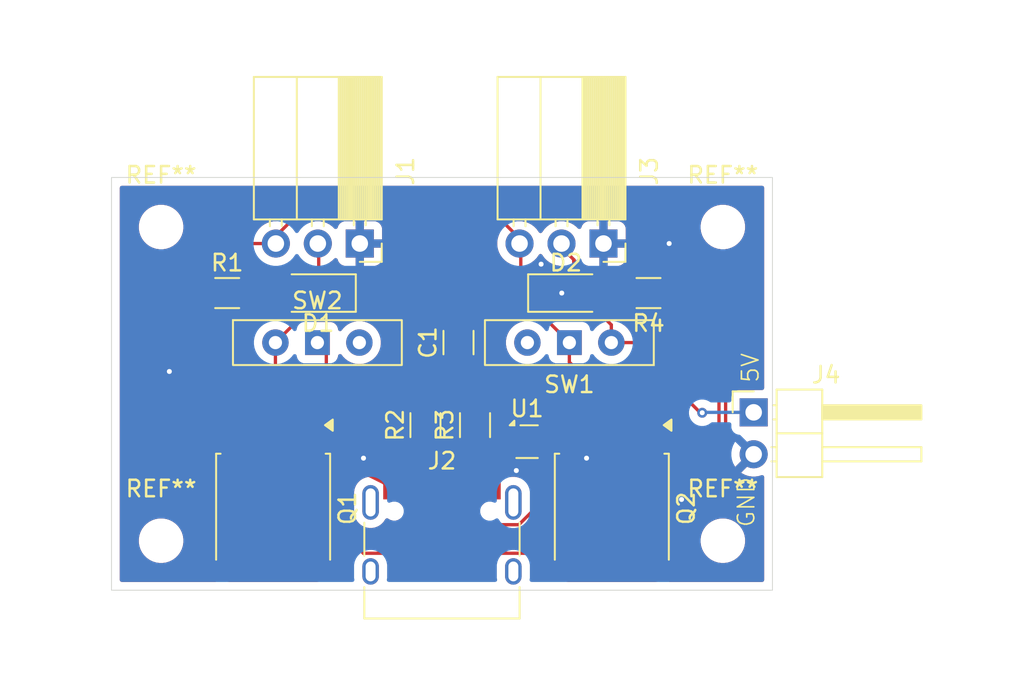
<source format=kicad_pcb>
(kicad_pcb (version 20241229) (generator "pcbnew") (generator_version "9.0")
  (layers (0 "F.Cu" signal) (2 "B.Cu" signal) (13 "F.Paste" user) (15 "B.Paste" user) (5 "F.SilkS" user "F.Silkscreen") (7 "B.SilkS" user "B.Silkscreen") (1 "F.Mask" user) (3 "B.Mask" user) (25 "Edge.Cuts" user))
  (net 0 "")
  (net 1 "GND")
  (net 2 "Net-(D1-A)")
  (net 3 "Net-(D2-A)")
  (net 4 "Net-(J1-Pin_2)")
  (net 5 "+5V")
  (net 6 "Net-(J3-Pin_2)")
  (net 7 "Net-(Q1-S)")
  (net 8 "Net-(Q2-S)")
  (net 9 "Net-(J2-CC1)")
  (net 10 "Net-(J2-CC2)")
  (net 11 "Net-(J2-D--PadA7)")
  (net 14 "Net-(J2-D+-PadA6)")
  (footprint "Capacitor_SMD:C_1206_3216Metric" (layer "F.Cu") (at 21 10 90)
    (property "Reference" "C1" (at 0 -1.85 90) (layer "F.SilkS"))
    (property "Value" "100nF")
    (fp_line (start -0.711252 -0.91) (end 0.711252 -0.91) (stroke (width 0.12)) (layer "F.SilkS"))
    (fp_line (start -0.711252 0.91) (end 0.711252 0.91) (stroke (width 0.12)) (layer "F.SilkS"))
    (pad "1" smd roundrect (at -1.475 0 90) (size 1.15 1.8) (layers "F.Cu" "F.Mask" "F.Paste") (roundrect_rratio 0.217391) (net 5 "+5V"))
    (pad "2" smd roundrect (at 1.475 0 90) (size 1.15 1.8) (layers "F.Cu" "F.Mask" "F.Paste") (roundrect_rratio 0.217391) (net 1 "GND"))
  )
  (footprint "Package_TO_SOT_SMD:TO-252-2" (layer "F.Cu") (at 9.78 20.04 -90)
    (property "Reference" "Q1" (at 0 -4.5 90) (layer "F.SilkS"))
    (property "Value" "QM6006D")
    (fp_line (start -3.31 3.45) (end -3.31 3.18) (stroke (width 0.12)) (layer "F.SilkS"))
    (fp_line (start 3.11 3.45) (end -3.31 3.45) (stroke (width 0.12)) (layer "F.SilkS"))
    (fp_line (start -3.31 -3.45) (end -3.31 -3.18) (stroke (width 0.12)) (layer "F.SilkS"))
    (fp_line (start 3.11 -3.45) (end -3.31 -3.45) (stroke (width 0.12)) (layer "F.SilkS"))
    (fp_poly (pts (xy -5.04 -3.14) (xy -5.38 -3.61) (xy -4.7 -3.61)) (stroke (width 0.12)) (fill yes) (layer "F.SilkS"))
    (pad "1" smd roundrect (at -5.04 -2.28 270) (size 2.2 1.2) (layers "F.Cu" "F.Mask" "F.Paste") (roundrect_rratio 0.208333) (net 4 "Net-(J1-Pin_2)"))
    (pad "2" smd roundrect (at 1.26 0 270) (size 6.4 5.8) (layers "F.Cu" "F.Mask") (roundrect_rratio 0.043103) (net 5 "+5V"))
    (pad "3" smd roundrect (at -5.04 2.28 270) (size 2.2 1.2) (layers "F.Cu" "F.Mask" "F.Paste") (roundrect_rratio 0.208333) (net 7 "Net-(Q1-S)"))
  )
  (footprint "MountingHole:MountingHole_2.2mm_M2" (layer "F.Cu") (at 37 3)
    (property "Reference" "REF**" (at 0 -3.15 0) (layer "F.SilkS"))
    (property "Value" "MountingHole_2.2mm_M2")
    (pad "" np_thru_hole circle (at 0 0) (size 2.2 2.2) (drill 2.2) (layers "*.Cu" "*.Mask"))
  )
  (footprint "Button_Switch_THT:SW_Slide-03_Wuerth-WS-SLTV_10x2.5x6.4_P2.54mm" (layer "F.Cu") (at 12.46 10)
    (property "Reference" "SW2" (at 0 -2.54 0) (layer "F.SilkS"))
    (property "Value" "SW_SPST")
    (fp_rect (start -5.11 -1.36) (end 5.11 1.36) (stroke (width 0.12)) (fill no) (layer "F.SilkS"))
    (pad "1" thru_hole rect (at 0 0) (size 1.5 1.5) (drill 0.8) (layers "*.Cu" "*.Mask") (net 5 "+5V"))
    (pad "2" thru_hole circle (at -2.54 0) (size 1.6 1.6) (drill 0.8) (layers "*.Cu" "*.Mask") (net 4 "Net-(J1-Pin_2)"))
    (pad "3" thru_hole circle (at 2.54 0) (size 1.6 1.6) (drill 0.8) (layers "*.Cu" "*.Mask"))
  )
  (footprint "Package_TO_SOT_SMD:SOT-666" (layer "F.Cu") (at 25.15 16)
    (property "Reference" "U1" (at 0 -2 0) (layer "F.SilkS"))
    (property "Value" "USBLC6-2P6")
    (fp_line (start 0.65 -0.99) (end -0.4 -0.99) (stroke (width 0.12)) (layer "F.SilkS"))
    (fp_line (start 0.65 0.99) (end -0.65 0.99) (stroke (width 0.12)) (layer "F.SilkS"))
    (fp_poly (pts (xy -0.77 -0.99) (xy -1.05 -0.99) (xy -0.77 -1.27) (xy -0.77 -0.99)) (stroke (width 0.12)) (fill yes) (layer "F.SilkS"))
    (pad "1" smd roundrect (at -0.85 -0.5375) (size 0.5 0.375) (layers "F.Cu" "F.Mask" "F.Paste") (net 11 "Net-(J2-D--PadA7)"))
    (pad "2" smd roundrect (at -0.925 0) (size 0.65 0.3) (layers "F.Cu" "F.Mask" "F.Paste") (net 1 "GND"))
    (pad "3" smd roundrect (at -0.85 0.5375) (size 0.5 0.375) (layers "F.Cu" "F.Mask" "F.Paste") (net 14 "Net-(J2-D+-PadA6)"))
    (pad "4" smd roundrect (at 0.85 0.5375) (size 0.5 0.375) (layers "F.Cu" "F.Mask" "F.Paste"))
    (pad "5" smd roundrect (at 0.925 0) (size 0.65 0.3) (layers "F.Cu" "F.Mask" "F.Paste") (net 5 "+5V"))
    (pad "6" smd roundrect (at 0.85 -0.5375) (size 0.5 0.375) (layers "F.Cu" "F.Mask" "F.Paste"))
  )
  (footprint "LED_SMD:LED_1206_3216Metric" (layer "F.Cu") (at 12.5 7 180)
    (property "Reference" "D1" (at 0 -1.83 0) (layer "F.SilkS"))
    (property "Value" "LED")
    (fp_line (start 1.6 -1.135) (end -2.285 -1.135) (stroke (width 0.12)) (layer "F.SilkS"))
    (fp_line (start -2.285 1.135) (end 1.6 1.135) (stroke (width 0.12)) (layer "F.SilkS"))
    (fp_line (start -2.285 -1.135) (end -2.285 1.135) (stroke (width 0.12)) (layer "F.SilkS"))
    (pad "1" smd roundrect (at -1.4 0 180) (size 1.25 1.75) (layers "F.Cu" "F.Mask" "F.Paste") (roundrect_rratio 0.2) (net 1 "GND"))
    (pad "2" smd roundrect (at 1.4 0 180) (size 1.25 1.75) (layers "F.Cu" "F.Mask" "F.Paste") (roundrect_rratio 0.2) (net 2 "Net-(D1-A)"))
  )
  (footprint "MountingHole:MountingHole_2.2mm_M2" (layer "F.Cu") (at 3 22)
    (property "Reference" "REF**" (at 0 -3.15 0) (layer "F.SilkS"))
    (property "Value" "MountingHole_2.2mm_M2")
    (pad "" np_thru_hole circle (at 0 0) (size 2.2 2.2) (drill 2.2) (layers "*.Cu" "*.Mask"))
  )
  (footprint "Resistor_SMD:R_1206_3216Metric" (layer "F.Cu") (at 19 15 90)
    (property "Reference" "R2" (at 0 -1.83 90) (layer "F.SilkS"))
    (property "Value" "5k1")
    (fp_line (start -0.727064 -0.91) (end 0.727064 -0.91) (stroke (width 0.12)) (layer "F.SilkS"))
    (fp_line (start -0.727064 0.91) (end 0.727064 0.91) (stroke (width 0.12)) (layer "F.SilkS"))
    (pad "1" smd roundrect (at -1.4625 0 90) (size 1.125 1.75) (layers "F.Cu" "F.Mask" "F.Paste") (roundrect_rratio 0.222222) (net 9 "Net-(J2-CC1)"))
    (pad "2" smd roundrect (at 1.4625 0 90) (size 1.125 1.75) (layers "F.Cu" "F.Mask" "F.Paste") (roundrect_rratio 0.222222) (net 1 "GND"))
  )
  (footprint "Resistor_SMD:R_1206_3216Metric" (layer "F.Cu") (at 32.5 7 180)
    (property "Reference" "R4" (at 0 -1.83 0) (layer "F.SilkS"))
    (property "Value" "R")
    (fp_line (start -0.727064 0.91) (end 0.727064 0.91) (stroke (width 0.12)) (layer "F.SilkS"))
    (fp_line (start -0.727064 -0.91) (end 0.727064 -0.91) (stroke (width 0.12)) (layer "F.SilkS"))
    (pad "1" smd roundrect (at -1.4625 0 180) (size 1.125 1.75) (layers "F.Cu" "F.Mask" "F.Paste") (roundrect_rratio 0.222222) (net 8 "Net-(Q2-S)"))
    (pad "2" smd roundrect (at 1.4625 0 180) (size 1.125 1.75) (layers "F.Cu" "F.Mask" "F.Paste") (roundrect_rratio 0.222222) (net 3 "Net-(D2-A)"))
  )
  (footprint "Connector_PinSocket_2.54mm:PinSocket_1x03_P2.54mm_Horizontal" (layer "F.Cu") (at 29.775 4 -90)
    (property "Reference" "J3" (at -4.38 -2.77 90) (layer "F.SilkS"))
    (property "Value" "Conn_01x03")
    (fp_line (start -10.09 6.41) (end -1.46 6.41) (stroke (width 0.12)) (layer "F.SilkS"))
    (fp_line (start -1.46 5.44) (end -1.05 5.44) (stroke (width 0.12)) (layer "F.SilkS"))
    (fp_line (start -1.46 4.72) (end -1.05 4.72) (stroke (width 0.12)) (layer "F.SilkS"))
    (fp_line (start -10.09 3.81) (end -1.46 3.81) (stroke (width 0.12)) (layer "F.SilkS"))
    (fp_line (start -1.46 2.9) (end -1.05 2.9) (stroke (width 0.12)) (layer "F.SilkS"))
    (fp_line (start -1.46 2.18) (end -1.05 2.18) (stroke (width 0.12)) (layer "F.SilkS"))
    (fp_line (start -10.09 1.27) (end -1.46 1.27) (stroke (width 0.12)) (layer "F.SilkS"))
    (fp_line (start -10.09 1.1519) (end -1.46 1.1519) (stroke (width 0.12)) (layer "F.SilkS"))
    (fp_line (start -10.09 1.033805) (end -1.46 1.033805) (stroke (width 0.12)) (layer "F.SilkS"))
    (fp_line (start -10.09 0.91571) (end -1.46 0.91571) (stroke (width 0.12)) (layer "F.SilkS"))
    (fp_line (start -10.09 0.797615) (end -1.46 0.797615) (stroke (width 0.12)) (layer "F.SilkS"))
    (fp_line (start -10.09 0.67952) (end -1.46 0.67952) (stroke (width 0.12)) (layer "F.SilkS"))
    (fp_line (start -10.09 0.561425) (end -1.46 0.561425) (stroke (width 0.12)) (layer "F.SilkS"))
    (fp_line (start -10.09 0.44333) (end -1.46 0.44333) (stroke (width 0.12)) (layer "F.SilkS"))
    (fp_line (start -1.46 0.36) (end -1.11 0.36) (stroke (width 0.12)) (layer "F.SilkS"))
    (fp_line (start -10.09 0.325235) (end -1.46 0.325235) (stroke (width 0.12)) (layer "F.SilkS"))
    (fp_line (start -10.09 0.20714) (end -1.46 0.20714) (stroke (width 0.12)) (layer "F.SilkS"))
    (fp_line (start -10.09 0.089045) (end -1.46 0.089045) (stroke (width 0.12)) (layer "F.SilkS"))
    (fp_line (start -10.09 -0.02905) (end -1.46 -0.02905) (stroke (width 0.12)) (layer "F.SilkS"))
    (fp_line (start -10.09 -0.147145) (end -1.46 -0.147145) (stroke (width 0.12)) (layer "F.SilkS"))
    (fp_line (start -10.09 -0.26524) (end -1.46 -0.26524) (stroke (width 0.12)) (layer "F.SilkS"))
    (fp_line (start -1.46 -0.36) (end -1.11 -0.36) (stroke (width 0.12)) (layer "F.SilkS"))
    (fp_line (start -10.09 -0.383335) (end -1.46 -0.383335) (stroke (width 0.12)) (layer "F.SilkS"))
    (fp_line (start -10.09 -0.50143) (end -1.46 -0.50143) (stroke (width 0.12)) (layer "F.SilkS"))
    (fp_line (start -10.09 -0.619525) (end -1.46 -0.619525) (stroke (width 0.12)) (layer "F.SilkS"))
    (fp_line (start -10.09 -0.73762) (end -1.46 -0.73762) (stroke (width 0.12)) (layer "F.SilkS"))
    (fp_line (start -10.09 -0.855715) (end -1.46 -0.855715) (stroke (width 0.12)) (layer "F.SilkS"))
    (fp_line (start -10.09 -0.97381) (end -1.46 -0.97381) (stroke (width 0.12)) (layer "F.SilkS"))
    (fp_line (start -10.09 -1.091905) (end -1.46 -1.091905) (stroke (width 0.12)) (layer "F.SilkS"))
    (fp_line (start -10.09 -1.21) (end -1.46 -1.21) (stroke (width 0.12)) (layer "F.SilkS"))
    (fp_line (start -10.09 -1.33) (end -10.09 6.41) (stroke (width 0.12)) (layer "F.SilkS"))
    (fp_line (start -10.09 -1.33) (end -1.46 -1.33) (stroke (width 0.12)) (layer "F.SilkS"))
    (fp_line (start -1.46 -1.33) (end -1.46 6.41) (stroke (width 0.12)) (layer "F.SilkS"))
    (fp_line (start 0 -1.33) (end 1.11 -1.33) (stroke (width 0.12)) (layer "F.SilkS"))
    (fp_line (start 1.11 -1.33) (end 1.11 0) (stroke (width 0.12)) (layer "F.SilkS"))
    (pad "1" thru_hole rect (at 0 0 270) (size 1.7 1.7) (drill 1) (layers "*.Cu" "*.Mask") (net 1 "GND"))
    (pad "2" thru_hole circle (at 0 2.54 270) (size 1.7 1.7) (drill 1) (layers "*.Cu" "*.Mask") (net 6 "Net-(J3-Pin_2)"))
    (pad "3" thru_hole circle (at 0 5.08 270) (size 1.7 1.7) (drill 1) (layers "*.Cu" "*.Mask") (net 5 "+5V"))
  )
  (footprint "MountingHole:MountingHole_2.2mm_M2" (layer "F.Cu") (at 3 3)
    (property "Reference" "REF**" (at 0 -3.15 0) (layer "F.SilkS"))
    (property "Value" "MountingHole_2.2mm_M2")
    (pad "" np_thru_hole circle (at 0 0) (size 2.2 2.2) (drill 2.2) (layers "*.Cu" "*.Mask"))
  )
  (footprint "Connector_USB:USB_C_Receptacle_HRO_TYPE-C-31-M-12" (layer "F.Cu") (at 20 22.81)
    (property "Reference" "J2" (at 0 -5.645 0) (layer "F.SilkS"))
    (property "Value" "USB_C_Receptacle_USB2.0_16P")
    (fp_line (start -4.7 -1.9) (end -4.7 0.1) (stroke (width 0.12)) (layer "F.SilkS"))
    (fp_line (start -4.7 2) (end -4.7 3.9) (stroke (width 0.12)) (layer "F.SilkS"))
    (fp_line (start -4.7 3.9) (end 4.7 3.9) (stroke (width 0.12)) (layer "F.SilkS"))
    (fp_line (start 4.7 -1.9) (end 4.7 0.1) (stroke (width 0.12)) (layer "F.SilkS"))
    (fp_line (start 4.7 2) (end 4.7 3.9) (stroke (width 0.12)) (layer "F.SilkS"))
    (pad "" np_thru_hole circle (at -2.89 -2.6) (size 0.65 0.65) (drill 0.65) (layers "*.Cu" "*.Mask"))
    (pad "" np_thru_hole circle (at 2.89 -2.6) (size 0.65 0.65) (drill 0.65) (layers "*.Cu" "*.Mask"))
    (pad "A1" smd rect (at -3.25 -4.045) (size 0.6 1.45) (layers "F.Cu" "F.Mask" "F.Paste") (net 1 "GND"))
    (pad "A4" smd rect (at -2.45 -4.045) (size 0.6 1.45) (layers "F.Cu" "F.Mask" "F.Paste") (net 5 "+5V"))
    (pad "A5" smd rect (at -1.25 -4.045) (size 0.3 1.45) (layers "F.Cu" "F.Mask" "F.Paste") (net 9 "Net-(J2-CC1)"))
    (pad "A6" smd rect (at -0.25 -4.045) (size 0.3 1.45) (layers "F.Cu" "F.Mask" "F.Paste") (net 14 "Net-(J2-D+-PadA6)"))
    (pad "A7" smd rect (at 0.25 -4.045) (size 0.3 1.45) (layers "F.Cu" "F.Mask" "F.Paste") (net 11 "Net-(J2-D--PadA7)"))
    (pad "A8" smd rect (at 1.25 -4.045) (size 0.3 1.45) (layers "F.Cu" "F.Mask" "F.Paste"))
    (pad "A9" smd rect (at 2.45 -4.045) (size 0.6 1.45) (layers "F.Cu" "F.Mask" "F.Paste") (net 5 "+5V"))
    (pad "A12" smd rect (at 3.25 -4.045) (size 0.6 1.45) (layers "F.Cu" "F.Mask" "F.Paste") (net 1 "GND"))
    (pad "B1" smd rect (at 3.25 -4.045) (size 0.6 1.45) (layers "F.Cu" "F.Mask" "F.Paste") (net 1 "GND"))
    (pad "B4" smd rect (at 2.45 -4.045) (size 0.6 1.45) (layers "F.Cu" "F.Mask" "F.Paste") (net 5 "+5V"))
    (pad "B5" smd rect (at 1.75 -4.045) (size 0.3 1.45) (layers "F.Cu" "F.Mask" "F.Paste") (net 10 "Net-(J2-CC2)"))
    (pad "B6" smd rect (at 0.75 -4.045) (size 0.3 1.45) (layers "F.Cu" "F.Mask" "F.Paste") (net 14 "Net-(J2-D+-PadA6)"))
    (pad "B7" smd rect (at -0.75 -4.045) (size 0.3 1.45) (layers "F.Cu" "F.Mask" "F.Paste") (net 11 "Net-(J2-D--PadA7)"))
    (pad "B8" smd rect (at -1.75 -4.045) (size 0.3 1.45) (layers "F.Cu" "F.Mask" "F.Paste"))
    (pad "B9" smd rect (at -2.45 -4.045) (size 0.6 1.45) (layers "F.Cu" "F.Mask" "F.Paste") (net 5 "+5V"))
    (pad "B12" smd rect (at -3.25 -4.045) (size 0.6 1.45) (layers "F.Cu" "F.Mask" "F.Paste") (net 1 "GND"))
    (pad "S1" thru_hole oval (at -4.32 -3.13) (size 1 2.1) (drill oval 0.6 1.7) (property pad_prop_heatsink) (layers "*.Cu" "*.Mask"))
    (pad "S1" thru_hole oval (at -4.32 1.05) (size 1 1.6) (drill oval 0.6 1.2) (property pad_prop_heatsink) (layers "*.Cu" "*.Mask"))
    (pad "S1" thru_hole oval (at 4.32 -3.13) (size 1 2.1) (drill oval 0.6 1.7) (property pad_prop_heatsink) (layers "*.Cu" "*.Mask"))
    (pad "S1" thru_hole oval (at 4.32 1.05) (size 1 1.6) (drill oval 0.6 1.2) (property pad_prop_heatsink) (layers "*.Cu" "*.Mask"))
  )
  (footprint "Button_Switch_THT:SW_Slide-03_Wuerth-WS-SLTV_10x2.5x6.4_P2.54mm" (layer "F.Cu") (at 27.71 10 180)
    (property "Reference" "SW1" (at 0 -2.54 0) (layer "F.SilkS"))
    (property "Value" "SW_SPST")
    (fp_rect (start -5.11 -1.36) (end 5.11 1.36) (stroke (width 0.12)) (fill no) (layer "F.SilkS"))
    (pad "1" thru_hole rect (at 0 0 180) (size 1.5 1.5) (drill 0.8) (layers "*.Cu" "*.Mask") (net 5 "+5V"))
    (pad "2" thru_hole circle (at -2.54 0 180) (size 1.6 1.6) (drill 0.8) (layers "*.Cu" "*.Mask") (net 6 "Net-(J3-Pin_2)"))
    (pad "3" thru_hole circle (at 2.54 0 180) (size 1.6 1.6) (drill 0.8) (layers "*.Cu" "*.Mask"))
  )
  (footprint "Resistor_SMD:R_1206_3216Metric" (layer "F.Cu") (at 7 7)
    (property "Reference" "R1" (at 0 -1.83 0) (layer "F.SilkS"))
    (property "Value" "R")
    (fp_line (start -0.727064 -0.91) (end 0.727064 -0.91) (stroke (width 0.12)) (layer "F.SilkS"))
    (fp_line (start -0.727064 0.91) (end 0.727064 0.91) (stroke (width 0.12)) (layer "F.SilkS"))
    (pad "1" smd roundrect (at -1.4625 0) (size 1.125 1.75) (layers "F.Cu" "F.Mask" "F.Paste") (roundrect_rratio 0.222222) (net 7 "Net-(Q1-S)"))
    (pad "2" smd roundrect (at 1.4625 0) (size 1.125 1.75) (layers "F.Cu" "F.Mask" "F.Paste") (roundrect_rratio 0.222222) (net 2 "Net-(D1-A)"))
  )
  (footprint "LED_SMD:LED_1206_3216Metric" (layer "F.Cu") (at 27.5 7)
    (property "Reference" "D2" (at 0 -1.83 0) (layer "F.SilkS"))
    (property "Value" "LED")
    (fp_line (start -2.285 -1.135) (end -2.285 1.135) (stroke (width 0.12)) (layer "F.SilkS"))
    (fp_line (start -2.285 1.135) (end 1.6 1.135) (stroke (width 0.12)) (layer "F.SilkS"))
    (fp_line (start 1.6 -1.135) (end -2.285 -1.135) (stroke (width 0.12)) (layer "F.SilkS"))
    (pad "1" smd roundrect (at -1.4 0) (size 1.25 1.75) (layers "F.Cu" "F.Mask" "F.Paste") (roundrect_rratio 0.2) (net 1 "GND"))
    (pad "2" smd roundrect (at 1.4 0) (size 1.25 1.75) (layers "F.Cu" "F.Mask" "F.Paste") (roundrect_rratio 0.2) (net 3 "Net-(D2-A)"))
  )
  (footprint "Resistor_SMD:R_1206_3216Metric" (layer "F.Cu") (at 22 15 90)
    (property "Reference" "R3" (at 0 -1.83 90) (layer "F.SilkS"))
    (property "Value" "5k1")
    (fp_line (start -0.727064 -0.91) (end 0.727064 -0.91) (stroke (width 0.12)) (layer "F.SilkS"))
    (fp_line (start -0.727064 0.91) (end 0.727064 0.91) (stroke (width 0.12)) (layer "F.SilkS"))
    (pad "1" smd roundrect (at -1.4625 0 90) (size 1.125 1.75) (layers "F.Cu" "F.Mask" "F.Paste") (roundrect_rratio 0.222222) (net 10 "Net-(J2-CC2)"))
    (pad "2" smd roundrect (at 1.4625 0 90) (size 1.125 1.75) (layers "F.Cu" "F.Mask" "F.Paste") (roundrect_rratio 0.222222) (net 1 "GND"))
  )
  (footprint "Connector_PinSocket_2.54mm:PinSocket_1x03_P2.54mm_Horizontal" (layer "F.Cu") (at 15.025 4 -90)
    (property "Reference" "J1" (at -4.38 -2.77 90) (layer "F.SilkS"))
    (property "Value" "Conn_01x03")
    (fp_line (start -10.09 6.41) (end -1.46 6.41) (stroke (width 0.12)) (layer "F.SilkS"))
    (fp_line (start -1.46 5.44) (end -1.05 5.44) (stroke (width 0.12)) (layer "F.SilkS"))
    (fp_line (start -1.46 4.72) (end -1.05 4.72) (stroke (width 0.12)) (layer "F.SilkS"))
    (fp_line (start -10.09 3.81) (end -1.46 3.81) (stroke (width 0.12)) (layer "F.SilkS"))
    (fp_line (start -1.46 2.9) (end -1.05 2.9) (stroke (width 0.12)) (layer "F.SilkS"))
    (fp_line (start -1.46 2.18) (end -1.05 2.18) (stroke (width 0.12)) (layer "F.SilkS"))
    (fp_line (start -10.09 1.27) (end -1.46 1.27) (stroke (width 0.12)) (layer "F.SilkS"))
    (fp_line (start -10.09 1.1519) (end -1.46 1.1519) (stroke (width 0.12)) (layer "F.SilkS"))
    (fp_line (start -10.09 1.033805) (end -1.46 1.033805) (stroke (width 0.12)) (layer "F.SilkS"))
    (fp_line (start -10.09 0.91571) (end -1.46 0.91571) (stroke (width 0.12)) (layer "F.SilkS"))
    (fp_line (start -10.09 0.797615) (end -1.46 0.797615) (stroke (width 0.12)) (layer "F.SilkS"))
    (fp_line (start -10.09 0.67952) (end -1.46 0.67952) (stroke (width 0.12)) (layer "F.SilkS"))
    (fp_line (start -10.09 0.561425) (end -1.46 0.561425) (stroke (width 0.12)) (layer "F.SilkS"))
    (fp_line (start -10.09 0.44333) (end -1.46 0.44333) (stroke (width 0.12)) (layer "F.SilkS"))
    (fp_line (start -1.46 0.36) (end -1.11 0.36) (stroke (width 0.12)) (layer "F.SilkS"))
    (fp_line (start -10.09 0.325235) (end -1.46 0.325235) (stroke (width 0.12)) (layer "F.SilkS"))
    (fp_line (start -10.09 0.20714) (end -1.46 0.20714) (stroke (width 0.12)) (layer "F.SilkS"))
    (fp_line (start -10.09 0.089045) (end -1.46 0.089045) (stroke (width 0.12)) (layer "F.SilkS"))
    (fp_line (start -10.09 -0.02905) (end -1.46 -0.02905) (stroke (width 0.12)) (layer "F.SilkS"))
    (fp_line (start -10.09 -0.147145) (end -1.46 -0.147145) (stroke (width 0.12)) (layer "F.SilkS"))
    (fp_line (start -10.09 -0.26524) (end -1.46 -0.26524) (stroke (width 0.12)) (layer "F.SilkS"))
    (fp_line (start -1.46 -0.36) (end -1.11 -0.36) (stroke (width 0.12)) (layer "F.SilkS"))
    (fp_line (start -10.09 -0.383335) (end -1.46 -0.383335) (stroke (width 0.12)) (layer "F.SilkS"))
    (fp_line (start -10.09 -0.50143) (end -1.46 -0.50143) (stroke (width 0.12)) (layer "F.SilkS"))
    (fp_line (start -10.09 -0.619525) (end -1.46 -0.619525) (stroke (width 0.12)) (layer "F.SilkS"))
    (fp_line (start -10.09 -0.73762) (end -1.46 -0.73762) (stroke (width 0.12)) (layer "F.SilkS"))
    (fp_line (start -10.09 -0.855715) (end -1.46 -0.855715) (stroke (width 0.12)) (layer "F.SilkS"))
    (fp_line (start -10.09 -0.97381) (end -1.46 -0.97381) (stroke (width 0.12)) (layer "F.SilkS"))
    (fp_line (start -10.09 -1.091905) (end -1.46 -1.091905) (stroke (width 0.12)) (layer "F.SilkS"))
    (fp_line (start -10.09 -1.21) (end -1.46 -1.21) (stroke (width 0.12)) (layer "F.SilkS"))
    (fp_line (start -10.09 -1.33) (end -10.09 6.41) (stroke (width 0.12)) (layer "F.SilkS"))
    (fp_line (start -10.09 -1.33) (end -1.46 -1.33) (stroke (width 0.12)) (layer "F.SilkS"))
    (fp_line (start -1.46 -1.33) (end -1.46 6.41) (stroke (width 0.12)) (layer "F.SilkS"))
    (fp_line (start 0 -1.33) (end 1.11 -1.33) (stroke (width 0.12)) (layer "F.SilkS"))
    (fp_line (start 1.11 -1.33) (end 1.11 0) (stroke (width 0.12)) (layer "F.SilkS"))
    (pad "1" thru_hole rect (at 0 0 270) (size 1.7 1.7) (drill 1) (layers "*.Cu" "*.Mask") (net 1 "GND"))
    (pad "2" thru_hole circle (at 0 2.54 270) (size 1.7 1.7) (drill 1) (layers "*.Cu" "*.Mask") (net 4 "Net-(J1-Pin_2)"))
    (pad "3" thru_hole circle (at 0 5.08 270) (size 1.7 1.7) (drill 1) (layers "*.Cu" "*.Mask") (net 5 "+5V"))
  )
  (footprint "MountingHole:MountingHole_2.2mm_M2" (layer "F.Cu") (at 37 22)
    (property "Reference" "REF**" (at 0 -3.15 0) (layer "F.SilkS"))
    (property "Value" "MountingHole_2.2mm_M2")
    (pad "" np_thru_hole circle (at 0 0) (size 2.2 2.2) (drill 2.2) (layers "*.Cu" "*.Mask"))
  )
  (footprint "Connector_PinHeader_2.54mm:PinHeader_1x02_P2.54mm_Horizontal" (layer "F.Cu") (at 38.865 14.225)
    (property "Reference" "J4" (at 4.385 -2.27 0) (layer "F.SilkS"))
    (property "Value" "Conn_01x02")
    (fp_line (start -1.27 -1.27) (end 0 -1.27) (stroke (width 0.12)) (layer "F.SilkS"))
    (fp_line (start -1.27 0) (end -1.27 -1.27) (stroke (width 0.12)) (layer "F.SilkS"))
    (fp_line (start 1.077358 2.11) (end 1.39 2.11) (stroke (width 0.12)) (layer "F.SilkS"))
    (fp_line (start 1.077358 2.97) (end 1.39 2.97) (stroke (width 0.12)) (layer "F.SilkS"))
    (fp_line (start 1.16 -0.43) (end 1.39 -0.43) (stroke (width 0.12)) (layer "F.SilkS"))
    (fp_line (start 1.16 0.43) (end 1.39 0.43) (stroke (width 0.12)) (layer "F.SilkS"))
    (fp_line (start 1.39 -1.38) (end 1.39 3.92) (stroke (width 0.12)) (layer "F.SilkS"))
    (fp_line (start 1.39 1.27) (end 4.15 1.27) (stroke (width 0.12)) (layer "F.SilkS"))
    (fp_line (start 1.39 3.92) (end 4.15 3.92) (stroke (width 0.12)) (layer "F.SilkS"))
    (fp_line (start 4.15 -1.38) (end 1.39 -1.38) (stroke (width 0.12)) (layer "F.SilkS"))
    (fp_line (start 4.15 2.11) (end 10.15 2.11) (stroke (width 0.12)) (layer "F.SilkS"))
    (fp_line (start 4.15 3.92) (end 4.15 -1.38) (stroke (width 0.12)) (layer "F.SilkS"))
    (fp_line (start 10.15 2.11) (end 10.15 2.97) (stroke (width 0.12)) (layer "F.SilkS"))
    (fp_line (start 10.15 2.97) (end 4.15 2.97) (stroke (width 0.12)) (layer "F.SilkS"))
    (fp_rect (start 4.15 -0.43) (end 10.15 0.43) (stroke (width 0.12)) (fill yes) (layer "F.SilkS"))
    (pad "1" thru_hole rect (at 0 0) (size 1.7 1.7) (drill 1) (layers "*.Cu" "*.Mask") (net 5 "+5V"))
    (pad "2" thru_hole circle (at 0 2.54) (size 1.7 1.7) (drill 1) (layers "*.Cu" "*.Mask") (net 1 "GND"))
  )
  (footprint "Package_TO_SOT_SMD:TO-252-2" (layer "F.Cu") (at 30.28 20.04 -90)
    (property "Reference" "Q2" (at 0 -4.5 90) (layer "F.SilkS"))
    (property "Value" "QM6006D")
    (fp_line (start -3.31 3.45) (end -3.31 3.18) (stroke (width 0.12)) (layer "F.SilkS"))
    (fp_line (start 3.11 3.45) (end -3.31 3.45) (stroke (width 0.12)) (layer "F.SilkS"))
    (fp_line (start -3.31 -3.45) (end -3.31 -3.18) (stroke (width 0.12)) (layer "F.SilkS"))
    (fp_line (start 3.11 -3.45) (end -3.31 -3.45) (stroke (width 0.12)) (layer "F.SilkS"))
    (fp_poly (pts (xy -5.04 -3.14) (xy -5.38 -3.61) (xy -4.7 -3.61)) (stroke (width 0.12)) (fill yes) (layer "F.SilkS"))
    (pad "1" smd roundrect (at -5.04 -2.28 270) (size 2.2 1.2) (layers "F.Cu" "F.Mask" "F.Paste") (roundrect_rratio 0.208333) (net 6 "Net-(J3-Pin_2)"))
    (pad "2" smd roundrect (at 1.26 0 270) (size 6.4 5.8) (layers "F.Cu" "F.Mask") (roundrect_rratio 0.043103) (net 5 "+5V"))
    (pad "3" smd roundrect (at -5.04 2.28 270) (size 2.2 1.2) (layers "F.Cu" "F.Mask" "F.Paste") (roundrect_rratio 0.208333) (net 8 "Net-(Q2-S)"))
  )
  (gr_poly (pts (xy 15.5 18) (xy 16 17.5) (xy 17 17.5) (xy 16.5 18.5)) (stroke (width 0.2)) (fill yes) (layer "F.Cu") (net 1))
  (gr_rect (start 0 0) (end 40 25) (stroke (width 0.05)) (fill no) (layer "Edge.Cuts"))
  (gr_text "GND\n" (at 39 21.25 90) (layer "F.SilkS") (effects (font (size 1 1) (thickness 0.1)) (justify left bottom)))
  (gr_text "5V\n" (at 39.25 12.5 90) (layer "F.SilkS") (effects (font (size 1 1) (thickness 0.1)) (justify left bottom)))
  (segment (start 16.75 18.765) (end 16.75 18.25) (width 0.2) (layer "F.Cu") (net 1))
  (segment (start 16.75 17.75) (end 17 17.5) (width 0.2) (layer "F.Cu") (net 1))
  (segment (start 16.75 18.765) (end 16.75 17.75) (width 0.2) (layer "F.Cu") (net 1))
  (segment (start 23.25 15.25) (end 23 15) (width 0.2) (layer "F.Cu") (net 1))
  (segment (start 25 15.573358) (end 25 15) (width 0.2) (layer "F.Cu") (net 1))
  (segment (start 23.25 18.765) (end 23.25 15.25) (width 0.2) (layer "F.Cu") (net 1))
  (segment (start 15.985 18) (end 16.75 18.765) (width 0.2) (layer "F.Cu") (net 1))
  (segment (start 15.985 18) (end 15.5 18) (width 0.2) (layer "F.Cu") (net 1))
  (segment (start 27.25 7) (end 26.1 7) (width 0.2) (layer "F.Cu") (net 1))
  (segment (start 16.75 18.25) (end 16 17.5) (width 0.2) (layer "F.Cu") (net 1))
  (segment (start 17 17.5) (end 17 16.5) (width 0.2) (layer "F.Cu") (net 1))
  (segment (start 24.573358 16) (end 25 15.573358) (width 0.2) (layer "F.Cu") (net 1))
  (segment (start 23.25 15.25) (end 24 16) (width 0.2) (layer "F.Cu") (net 1))
  (segment (start 24 16) (end 24.225 16) (width 0.2) (layer "F.Cu") (net 1))
  (segment (start 24.225 16) (end 24.573358 16) (width 0.2) (layer "F.Cu") (net 1))
  (via (at 34.5 19.5) (size 0.6) (drill 0.3) (layers "F.Cu" "B.Cu") (net 1))
  (via (at 15.25 17) (size 0.6) (drill 0.3) (layers "F.Cu" "B.Cu") (net 1))
  (via (at 27.25 7) (size 0.6) (drill 0.3) (layers "F.Cu" "B.Cu") (net 1))
  (via (at 26 5.25) (size 0.6) (drill 0.3) (layers "F.Cu" "B.Cu") (net 1))
  (via (at 28.75 17) (size 0.6) (drill 0.3) (layers "F.Cu" "B.Cu") (net 1))
  (via (at 33.75 4) (size 0.6) (drill 0.3) (layers "F.Cu" "B.Cu") (net 1))
  (via (at 24.5 17.75) (size 0.6) (drill 0.3) (layers "F.Cu" "B.Cu") (net 1))
  (via (at 3.5 11.75) (size 0.6) (drill 0.3) (layers "F.Cu" "B.Cu") (net 1))
  (segment (start 8.4625 7) (end 11.1 7) (width 0.2) (layer "F.Cu") (net 2))
  (segment (start 29.1 7) (end 29.151 6.949) (width 0.2) (layer "F.Cu") (net 3))
  (segment (start 28.9 7) (end 31.0375 7) (width 0.2) (layer "F.Cu") (net 3))
  (segment (start 28.475 7) (end 29.1 7) (width 0.2) (layer "F.Cu") (net 3))
  (segment (start 9.92 13.92) (end 11 15) (width 0.2) (layer "F.Cu") (net 4))
  (segment (start 9.92 10) (end 12.54 7.38) (width 0.2) (layer "F.Cu") (net 4))
  (segment (start 9.92 10) (end 9.92 13.92) (width 0.2) (layer "F.Cu") (net 4))
  (segment (start 11 15) (end 12.06 15) (width 0.2) (layer "F.Cu") (net 4))
  (segment (start 12.54 7.38) (end 12.54 4) (width 0.2) (layer "F.Cu") (net 4))
  (segment (start 24.77 3.77) (end 24.77 4) (width 0.2) (layer "F.Cu") (net 5))
  (segment (start 25.449 16.277642) (end 25.726642 16) (width 0.2) (layer "F.Cu") (net 5))
  (segment (start 32.865 11.475) (end 35.615 14.225) (width 0.2) (layer "F.Cu") (net 5))
  (segment (start 24.77 4) (end 24.88616 4) (width 0.2) (layer "F.Cu") (net 5))
  (segment (start 27.71 11.185) (end 28 11.475) (width 0.2) (layer "F.Cu") (net 5))
  (segment (start 10 3.5) (end 12 1.5) (width 0.2) (layer "F.Cu") (net 5))
  (segment (start 26.259 22.759) (end 15.241 22.759) (width 0.2) (layer "F.Cu") (net 5))
  (segment (start 13 18.58) (end 9.78 21.8) (width 0.2) (layer "F.Cu") (net 5))
  (segment (start 10 4) (end 6.81384 4) (width 0.2) (layer "F.Cu") (net 5))
  (segment (start 6.81384 4) (end 4.674 6.13984) (width 0.2) (layer "F.Cu") (net 5))
  (segment (start 22 21) (end 23 21) (width 0.2) (layer "F.Cu") (net 5))
  (segment (start 17.55 19.69) (end 17.55 18.765) (width 0.2) (layer "F.Cu") (net 5))
  (segment (start 23 21) (end 23.031 21.031) (width 0.2) (layer "F.Cu") (net 5))
  (segment (start 35.725 14.225) (end 35.75 14.25) (width 0.2) (layer "F.Cu") (net 5))
  (segment (start 12 1.5) (end 22.5 1.5) (width 0.2) (layer "F.Cu") (net 5))
  (segment (start 13 10.54) (end 13 18.58) (width 0.2) (layer "F.Cu") (net 5))
  (segment (start 10 4) (end 10 3.5) (width 0.2) (layer "F.Cu") (net 5))
  (segment (start 26.075 16) (end 26.399999 16) (width 0.2) (layer "F.Cu") (net 5))
  (segment (start 25.449 20.233785) (end 25.449 16.277642) (width 0.2) (layer "F.Cu") (net 5))
  (segment (start 22.45 18.765) (end 22.45 19.693992) (width 0.2) (layer "F.Cu") (net 5))
  (segment (start 26.551 15.848999) (end 26.551 15.026) (width 0.2) (layer "F.Cu") (net 5))
  (segment (start 29.08 23) (end 26.5 23) (width 0.2) (layer "F.Cu") (net 5))
  (segment (start 22 21) (end 18.86 21) (width 0.2) (layer "F.Cu") (net 5))
  (segment (start 26.287 8.577) (end 27.71 10) (width 0.2) (layer "F.Cu") (net 5))
  (segment (start 25.89084 8.577) (end 26.287 8.577) (width 0.2) (layer "F.Cu") (net 5))
  (segment (start 14.282 21.8) (end 9.78 21.8) (width 0.2) (layer "F.Cu") (net 5))
  (segment (start 35.615 14.225) (end 35.725 14.225) (width 0.2) (layer "F.Cu") (net 5))
  (segment (start 22.45 19.693992) (end 22 20.143992) (width 0.2) (layer "F.Cu") (net 5))
  (segment (start 24.77 7.45616) (end 24.77 4) (width 0.2) (layer "F.Cu") (net 5))
  (segment (start 25.89084 8.577) (end 24.77 7.45616) (width 0.2) (layer "F.Cu") (net 5))
  (segment (start 26.399999 16) (end 26.551 15.848999) (width 0.2) (layer "F.Cu") (net 5))
  (segment (start 28 11.475) (end 32.865 11.475) (width 0.2) (layer "F.Cu") (net 5))
  (segment (start 26.5 23) (end 26.259 22.759) (width 0.2) (layer "F.Cu") (net 5))
  (segment (start 15.241 22.759) (end 14.282 21.8) (width 0.2) (layer "F.Cu") (net 5))
  (segment (start 23.031 21.031) (end 24.651785 21.031) (width 0.2) (layer "F.Cu") (net 5))
  (segment (start 24.651785 21.031) (end 25.449 20.233785) (width 0.2) (layer "F.Cu") (net 5))
  (segment (start 12.46 10) (end 13 10.54) (width 0.2) (layer "F.Cu") (net 5))
  (segment (start 26.551 15.026) (end 24.025 12.5) (width 0.2) (layer "F.Cu") (net 5))
  (segment (start 4.674 16.694) (end 9.78 21.8) (width 0.2) (layer "F.Cu") (net 5))
  (segment (start 18.86 21) (end 17.55 19.69) (width 0.2) (layer "F.Cu") (net 5))
  (segment (start 4.674 6.13984) (end 4.674 16.694) (width 0.2) (layer "F.Cu") (net 5))
  (segment (start 27.71 10) (end 27.71 11.185) (width 0.2) (layer "F.Cu") (net 5))
  (segment (start 30.28 21.8) (end 29.08 23) (width 0.2) (layer "F.Cu") (net 5))
  (segment (start 21 11.475) (end 28 11.475) (width 0.2) (layer "F.Cu") (net 5))
  (segment (start 22.5 1.5) (end 24.77 3.77) (width 0.2) (layer "F.Cu") (net 5))
  (segment (start 24.025 12.5) (end 24.025 11.5) (width 0.2) (layer "F.Cu") (net 5))
  (segment (start 22 20.143992) (end 22 21) (width 0.2) (layer "F.Cu") (net 5))
  (segment (start 25.726642 16) (end 26.075 16) (width 0.2) (layer "F.Cu") (net 5))
  (via (at 35.75 14.25) (size 0.6) (drill 0.3) (layers "F.Cu" "B.Cu") (net 5))
  (segment (start 35.75 14.25) (end 35.775 14.225) (width 0.2) (layer "B.Cu") (net 5))
  (segment (start 35.775 14.225) (end 38.615 14.225) (width 0.2) (layer "B.Cu") (net 5))
  (segment (start 36.642 15.5) (end 36.766 15.376) (width 0.2) (layer "F.Cu") (net 6))
  (segment (start 32.56 15.06) (end 33 15.5) (width 0.2) (layer "F.Cu") (net 6))
  (segment (start 32.56 15) (end 32.56 15.06) (width 0.2) (layer "F.Cu") (net 6))
  (segment (start 33 15.5) (end 36.642 15.5) (width 0.2) (layer "F.Cu") (net 6))
  (segment (start 30.25 10) (end 30.25 8.926) (width 0.2) (layer "F.Cu") (net 6))
  (segment (start 28.176 8.176) (end 27.974 7.974) (width 0.2) (layer "F.Cu") (net 6))
  (segment (start 36.766 15.376) (end 36.766 12.63463) (width 0.2) (layer "F.Cu") (net 6))
  (segment (start 30.25 8.926) (end 29.5 8.176) (width 0.2) (layer "F.Cu") (net 6))
  (segment (start 27.31 4.31) (end 27.31 4) (width 0.2) (layer "F.Cu") (net 6))
  (segment (start 29.5 8.176) (end 28.176 8.176) (width 0.2) (layer "F.Cu") (net 6))
  (segment (start 32.56 15.5) (end 33 15.5) (width 0.2) (layer "F.Cu") (net 6))
  (segment (start 27.974 7.974) (end 27.974 5.026) (width 0.2) (layer "F.Cu") (net 6))
  (segment (start 36.766 12.63463) (end 34.13137 10) (width 0.2) (layer "F.Cu") (net 6))
  (segment (start 28 5) (end 27.31 4.31) (width 0.2) (layer "F.Cu") (net 6))
  (segment (start 27.974 5.026) (end 28 5) (width 0.2) (layer "F.Cu") (net 6))
  (segment (start 34.13137 10) (end 30.25 10) (width 0.2) (layer "F.Cu") (net 6))
  (segment (start 6 15) (end 7.5 15) (width 0.2) (layer "F.Cu") (net 7))
  (segment (start 5.5375 14.5375) (end 6 15) (width 0.2) (layer "F.Cu") (net 7))
  (segment (start 5.5375 7) (end 5.5375 14.5375) (width 0.2) (layer "F.Cu") (net 7))
  (segment (start 34.47224 17.25) (end 31.66906 17.25) (width 0.2) (layer "F.Cu") (net 8))
  (segment (start 35.13824 17.916) (end 34.47224 17.25) (width 0.2) (layer "F.Cu") (net 8))
  (segment (start 37.167 16.84076) (end 36.09176 17.916) (width 0.2) (layer "F.Cu") (net 8))
  (segment (start 36.09176 17.916) (end 35.13824 17.916) (width 0.2) (layer "F.Cu") (net 8))
  (segment (start 31.66906 17.25) (end 29.41906 15) (width 0.2) (layer "F.Cu") (net 8))
  (segment (start 37.167 7.2045) (end 37.167 16.84076) (width 0.2) (layer "F.Cu") (net 8))
  (segment (start 33.9625 7) (end 36.9625 7) (width 0.2) (layer "F.Cu") (net 8))
  (segment (start 36.9625 7) (end 37.167 7.2045) (width 0.2) (layer "F.Cu") (net 8))
  (segment (start 29.41906 15) (end 28 15) (width 0.2) (layer "F.Cu") (net 8))
  (segment (start 18.75 16.7125) (end 18.75 18.765) (width 0.2) (layer "F.Cu") (net 9))
  (segment (start 19 16.4625) (end 18.75 16.7125) (width 0.2) (layer "F.Cu") (net 9))
  (segment (start 21.75 16.7125) (end 21.75 18.765) (width 0.2) (layer "F.Cu") (net 10))
  (segment (start 22 16.4625) (end 21.75 16.7125) (width 0.2) (layer "F.Cu") (net 10))
  (zone (net 1) (net_name "GND") (layers "F.Cu" "B.Cu") (connect_pads (clearance 0.5)) (min_thickness 0.25) (fill yes (thermal_gap 0.5) (thermal_bridge_width 0.5))
    (polygon (pts (xy -3.75 -10.5) (xy 55.25 -10.75) (xy 54.25 31) (xy -6.75 28.25)))
  )
)
</source>
